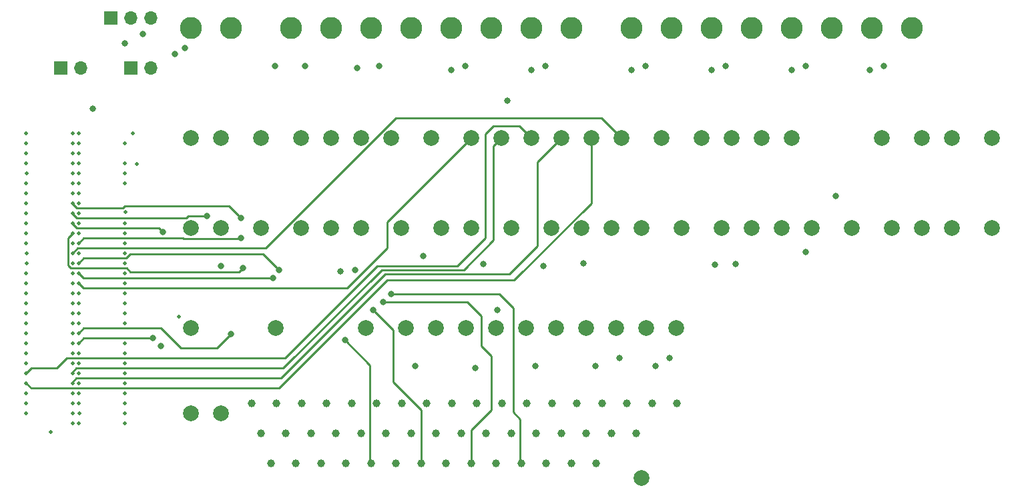
<source format=gbr>
%TF.GenerationSoftware,KiCad,Pcbnew,(6.0.5)*%
%TF.CreationDate,2023-01-12T09:35:20-05:00*%
%TF.ProjectId,breakout,62726561-6b6f-4757-942e-6b696361645f,rev?*%
%TF.SameCoordinates,Original*%
%TF.FileFunction,Copper,L5,Inr*%
%TF.FilePolarity,Positive*%
%FSLAX46Y46*%
G04 Gerber Fmt 4.6, Leading zero omitted, Abs format (unit mm)*
G04 Created by KiCad (PCBNEW (6.0.5)) date 2023-01-12 09:35:20*
%MOMM*%
%LPD*%
G01*
G04 APERTURE LIST*
%TA.AperFunction,ComponentPad*%
%ADD10C,2.000000*%
%TD*%
%TA.AperFunction,ComponentPad*%
%ADD11C,1.000000*%
%TD*%
%TA.AperFunction,ComponentPad*%
%ADD12C,2.800000*%
%TD*%
%TA.AperFunction,ComponentPad*%
%ADD13R,1.700000X1.700000*%
%TD*%
%TA.AperFunction,ComponentPad*%
%ADD14O,1.700000X1.700000*%
%TD*%
%TA.AperFunction,ViaPad*%
%ADD15C,0.500000*%
%TD*%
%TA.AperFunction,ViaPad*%
%ADD16C,0.800000*%
%TD*%
%TA.AperFunction,Conductor*%
%ADD17C,0.250000*%
%TD*%
G04 APERTURE END LIST*
D10*
%TO.N,/SEP3_RET*%
%TO.C,TP28*%
X128905000Y-105410000D03*
%TD*%
D11*
%TO.N,/H2-13*%
%TO.C,TP9*%
X116840000Y-118745000D03*
%TD*%
%TO.N,/H2-3*%
%TO.C,TP4*%
X97790000Y-118745000D03*
%TD*%
%TO.N,/H1-42*%
%TO.C,TP83*%
X134685000Y-114935000D03*
%TD*%
%TO.N,/H2-4*%
%TO.C,TP94*%
X100965000Y-118745000D03*
%TD*%
%TO.N,/H2-16*%
%TO.C,TP100*%
X126365000Y-118745000D03*
%TD*%
D10*
%TO.N,/+X_SOLAR_TLE*%
%TO.C,TP91*%
X96520000Y-81280000D03*
%TD*%
D11*
%TO.N,/H2-42*%
%TO.C,TP113*%
X127635000Y-122555000D03*
%TD*%
D10*
%TO.N,/USER_3*%
%TO.C,TP87*%
X179070000Y-92710000D03*
%TD*%
%TO.N,/MOSI*%
%TO.C,TP44*%
X100330000Y-92710000D03*
%TD*%
D11*
%TO.N,/H2-17*%
%TO.C,TP11*%
X129540000Y-118745000D03*
%TD*%
D10*
%TO.N,/VBATT-*%
%TO.C,TP105*%
X144145000Y-105410000D03*
%TD*%
%TO.N,/SEP2_RET*%
%TO.C,TP88*%
X121285000Y-105410000D03*
%TD*%
D12*
%TO.N,/5V_RF*%
%TO.C,TP49*%
X148590000Y-67310000D03*
%TD*%
D10*
%TO.N,/SEP4*%
%TO.C,TP120*%
X132715000Y-105410000D03*
%TD*%
D13*
%TO.N,Net-(P1-Pad1)*%
%TO.C,P1*%
X72390000Y-66040000D03*
D14*
%TO.N,Net-(P1-Pad2)*%
X74930000Y-66040000D03*
%TO.N,Net-(P1-Pad3)*%
X77470000Y-66040000D03*
%TD*%
D11*
%TO.N,/H2-35*%
%TO.C,TP20*%
X105410000Y-122555000D03*
%TD*%
D10*
%TO.N,/RX_2*%
%TO.C,TP42*%
X118110000Y-92710000D03*
%TD*%
D11*
%TO.N,/H1-25*%
%TO.C,TP45*%
X109285000Y-114935000D03*
%TD*%
D13*
%TO.N,Net-(P3-Pad1)*%
%TO.C,P3*%
X74930000Y-72390000D03*
D14*
%TO.N,Net-(P3-Pad2)*%
X77470000Y-72390000D03*
%TD*%
D11*
%TO.N,/H2-20*%
%TO.C,TP102*%
X139065000Y-118745000D03*
%TD*%
D10*
%TO.N,/SEP3*%
%TO.C,TP30*%
X125095000Y-105410000D03*
%TD*%
%TO.N,/GND*%
%TO.C,TP116*%
X166370000Y-92710000D03*
%TD*%
%TO.N,/GND*%
%TO.C,TP116*%
X91440000Y-92710000D03*
%TD*%
D11*
%TO.N,/H2-9*%
%TO.C,TP7*%
X104140000Y-118745000D03*
%TD*%
%TO.N,/H1-31*%
%TO.C,TP48*%
X121985000Y-114935000D03*
%TD*%
%TO.N,/H1-27*%
%TO.C,TP46*%
X112460000Y-114935000D03*
%TD*%
D10*
%TO.N,/CTS_3*%
%TO.C,TP80*%
X135890000Y-92710000D03*
%TD*%
D11*
%TO.N,/H2-39*%
%TO.C,TP22*%
X118110000Y-122555000D03*
%TD*%
D12*
%TO.N,/+Y_SOLAR_PWR*%
%TO.C,TP60*%
X105410000Y-67310000D03*
%TD*%
D11*
%TO.N,/H2-19*%
%TO.C,TP12*%
X135890000Y-118745000D03*
%TD*%
%TO.N,/H2-41*%
%TO.C,TP23*%
X124460000Y-122555000D03*
%TD*%
%TO.N,/H2-15*%
%TO.C,TP10*%
X123190000Y-118745000D03*
%TD*%
%TO.N,/H1-24*%
%TO.C,TP74*%
X106110000Y-114935000D03*
%TD*%
D10*
%TO.N,/GND*%
%TO.C,TP116*%
X91440000Y-81280000D03*
%TD*%
%TO.N,/IRR_ON_OFF*%
%TO.C,TP66*%
X179070000Y-81280000D03*
%TD*%
%TO.N,/GND*%
%TO.C,TP116*%
X142240000Y-81280000D03*
%TD*%
%TO.N,/+Y_SOLAR_TLE*%
%TO.C,TP59*%
X100330000Y-81280000D03*
%TD*%
D11*
%TO.N,/H2-10*%
%TO.C,TP97*%
X107315000Y-118745000D03*
%TD*%
D12*
%TO.N,/GND*%
%TO.C,TP108*%
X143510000Y-67310000D03*
%TD*%
D11*
%TO.N,/H2-43*%
%TO.C,TP24*%
X130810000Y-122555000D03*
%TD*%
D10*
%TO.N,/SEP2*%
%TO.C,TP61*%
X117475000Y-105410000D03*
%TD*%
D12*
%TO.N,/-Z_SOLAR_RTN*%
%TO.C,TP32*%
X130810000Y-67310000D03*
%TD*%
D11*
%TO.N,/H2-14*%
%TO.C,TP99*%
X120015000Y-118745000D03*
%TD*%
D10*
%TO.N,/PB18*%
%TO.C,TP13*%
X86360000Y-116205000D03*
%TD*%
D12*
%TO.N,/+X_SOLAR_RTN*%
%TO.C,TP62*%
X100330000Y-67310000D03*
%TD*%
D10*
%TO.N,/AIN11*%
%TO.C,TP95*%
X133350000Y-81280000D03*
%TD*%
D12*
%TO.N,/-Z_SOLAR_PWR*%
%TO.C,TP2*%
X125730000Y-67310000D03*
%TD*%
D11*
%TO.N,/H2-12*%
%TO.C,TP98*%
X113665000Y-118745000D03*
%TD*%
D10*
%TO.N,/AIN10*%
%TO.C,TP5*%
X129540000Y-81280000D03*
%TD*%
%TO.N,/TX_3*%
%TO.C,TP82*%
X128270000Y-92710000D03*
%TD*%
D12*
%TO.N,/3V3*%
%TO.C,TP16*%
X138430000Y-67310000D03*
%TD*%
D10*
%TO.N,/MB_PC03*%
%TO.C,TP64*%
X82550000Y-116205000D03*
%TD*%
%TO.N,/BUS_RESET*%
%TO.C,TP47*%
X93345000Y-105410000D03*
%TD*%
%TO.N,/SCL*%
%TO.C,TP54*%
X82550000Y-92710000D03*
%TD*%
D11*
%TO.N,/H1-37*%
%TO.C,TP51*%
X128335000Y-114935000D03*
%TD*%
%TO.N,/H1-38*%
%TO.C,TP81*%
X131510000Y-114935000D03*
%TD*%
D10*
%TO.N,/SCK*%
%TO.C,TP43*%
X96520000Y-92710000D03*
%TD*%
D11*
%TO.N,/H2-37*%
%TO.C,TP21*%
X111760000Y-122555000D03*
%TD*%
D10*
%TO.N,/USER_2*%
%TO.C,TP57*%
X175260000Y-92710000D03*
%TD*%
D11*
%TO.N,/H1-45*%
%TO.C,TP55*%
X141035000Y-114935000D03*
%TD*%
%TO.N,/H1-46*%
%TO.C,TP85*%
X144210000Y-114935000D03*
%TD*%
D12*
%TO.N,/+Y_SOLAR_RTN*%
%TO.C,TP29*%
X110490000Y-67310000D03*
%TD*%
D11*
%TO.N,/H1-44*%
%TO.C,TP84*%
X137860000Y-114935000D03*
%TD*%
D10*
%TO.N,/CTS_4*%
%TO.C,TP37*%
X157480000Y-92710000D03*
%TD*%
D11*
%TO.N,/H1-13*%
%TO.C,TP39*%
X96585000Y-114935000D03*
%TD*%
D10*
%TO.N,/VBURN2*%
%TO.C,TP63*%
X86360000Y-81280000D03*
%TD*%
%TO.N,/GND*%
%TO.C,TP116*%
X113030000Y-81280000D03*
%TD*%
%TO.N,/RX_3*%
%TO.C,TP52*%
X132080000Y-92710000D03*
%TD*%
%TO.N,/-Z_SOLAR_TLE*%
%TO.C,TP1*%
X107950000Y-81280000D03*
%TD*%
D11*
%TO.N,/H2-38*%
%TO.C,TP111*%
X114935000Y-122555000D03*
%TD*%
D10*
%TO.N,/RBF*%
%TO.C,TP40*%
X140335000Y-105410000D03*
%TD*%
%TO.N,/GND*%
%TO.C,TP116*%
X109220000Y-92710000D03*
%TD*%
%TO.N,/AIN4*%
%TO.C,TP6*%
X121920000Y-81280000D03*
%TD*%
D12*
%TO.N,/-X_SOLAR_PWR*%
%TO.C,TP90*%
X115570000Y-67310000D03*
%TD*%
D11*
%TO.N,/H2-40*%
%TO.C,TP112*%
X121285000Y-122555000D03*
%TD*%
D10*
%TO.N,/VBURN1*%
%TO.C,TP33*%
X82550000Y-81280000D03*
%TD*%
D11*
%TO.N,/H1-12*%
%TO.C,TP68*%
X93410000Y-114935000D03*
%TD*%
D10*
%TO.N,/GND*%
%TO.C,TP116*%
X184150000Y-81280000D03*
%TD*%
D11*
%TO.N,/H1-34*%
%TO.C,TP79*%
X125160000Y-114935000D03*
%TD*%
D13*
%TO.N,Net-(P2-Pad1)*%
%TO.C,P2*%
X66040000Y-72390000D03*
D14*
%TO.N,Net-(P2-Pad2)*%
X68580000Y-72390000D03*
%TD*%
D10*
%TO.N,/PICO_PW_EN*%
%TO.C,TP103*%
X151130000Y-81280000D03*
%TD*%
%TO.N,/GND*%
%TO.C,TP116*%
X144780000Y-92710000D03*
%TD*%
%TO.N,/TX_2*%
%TO.C,TP72*%
X114300000Y-92710000D03*
%TD*%
D11*
%TO.N,/H2-1*%
%TO.C,TP3*%
X91440000Y-118745000D03*
%TD*%
D10*
%TO.N,/GND*%
%TO.C,TP116*%
X139700000Y-124460000D03*
%TD*%
D11*
%TO.N,/H2-34*%
%TO.C,TP109*%
X102235000Y-122555000D03*
%TD*%
%TO.N,/H1-14*%
%TO.C,TP69*%
X99760000Y-114935000D03*
%TD*%
D10*
%TO.N,/AIN7*%
%TO.C,TP96*%
X125730000Y-81280000D03*
%TD*%
%TO.N,/IRR_PW_EN*%
%TO.C,TP36*%
X175260000Y-81280000D03*
%TD*%
D11*
%TO.N,/H2-36*%
%TO.C,TP110*%
X108585000Y-122555000D03*
%TD*%
%TO.N,/H2-18*%
%TO.C,TP101*%
X132715000Y-118745000D03*
%TD*%
D10*
%TO.N,/TX_4*%
%TO.C,TP71*%
X149860000Y-92710000D03*
%TD*%
%TO.N,/3V3REF*%
%TO.C,TP75*%
X118110000Y-81280000D03*
%TD*%
D11*
%TO.N,/H2-2*%
%TO.C,TP93*%
X94615000Y-118745000D03*
%TD*%
%TO.N,/H1-16*%
%TO.C,TP70*%
X102935000Y-114935000D03*
%TD*%
%TO.N,/H2-11*%
%TO.C,TP8*%
X110490000Y-118745000D03*
%TD*%
D10*
%TO.N,/SELF_TEST*%
%TO.C,TP56*%
X82550000Y-105410000D03*
%TD*%
D12*
%TO.N,/5V_USB*%
%TO.C,TP78*%
X168910000Y-67310000D03*
%TD*%
D10*
%TO.N,/SEP1*%
%TO.C,TP31*%
X109855000Y-105410000D03*
%TD*%
D11*
%TO.N,/H2-23*%
%TO.C,TP14*%
X92710000Y-122555000D03*
%TD*%
D12*
%TO.N,/VBATT-*%
%TO.C,TP27*%
X87630000Y-67310000D03*
%TD*%
D10*
%TO.N,/GND*%
%TO.C,TP116*%
X184150000Y-92710000D03*
%TD*%
D12*
%TO.N,/GND*%
%TO.C,TP107*%
X153670000Y-67310000D03*
%TD*%
D10*
%TO.N,/PYLD_SERVO_PWR_CTRL*%
%TO.C,TP35*%
X154940000Y-81280000D03*
%TD*%
D11*
%TO.N,/H2-24*%
%TO.C,TP104*%
X95885000Y-122555000D03*
%TD*%
D12*
%TO.N,/-X_SOLAR_RTN*%
%TO.C,TP119*%
X120650000Y-67310000D03*
%TD*%
%TO.N,/VBATT+*%
%TO.C,TP25*%
X82550000Y-67310000D03*
%TD*%
%TO.N,/+X_SOLAR_PWR*%
%TO.C,TP92*%
X95250000Y-67310000D03*
%TD*%
D10*
%TO.N,/USER_1*%
%TO.C,TP86*%
X171450000Y-92710000D03*
%TD*%
D11*
%TO.N,/H2-33*%
%TO.C,TP19*%
X99060000Y-122555000D03*
%TD*%
%TO.N,/H1-3*%
%TO.C,TP34*%
X90235000Y-114935000D03*
%TD*%
%TO.N,/H1-28*%
%TO.C,TP76*%
X115635000Y-114935000D03*
%TD*%
D10*
%TO.N,/GND*%
%TO.C,TP116*%
X104775000Y-105410000D03*
%TD*%
D12*
%TO.N,/GND*%
%TO.C,TP17*%
X163830000Y-67310000D03*
%TD*%
D10*
%TO.N,/MISO*%
%TO.C,TP73*%
X104140000Y-92710000D03*
%TD*%
%TO.N,/SEP1_RET*%
%TO.C,TP58*%
X113665000Y-105410000D03*
%TD*%
%TO.N,/RTS_4*%
%TO.C,TP67*%
X161290000Y-92710000D03*
%TD*%
%TO.N,/RTS_3*%
%TO.C,TP50*%
X139700000Y-92710000D03*
%TD*%
%TO.N,/-X_SOLAR_TLE*%
%TO.C,TP89*%
X104140000Y-81280000D03*
%TD*%
%TO.N,/AGND*%
%TO.C,TP18*%
X137160000Y-81280000D03*
%TD*%
D12*
%TO.N,/5V_PYLD*%
%TO.C,TP15*%
X158750000Y-67310000D03*
%TD*%
D10*
%TO.N,/PYLD_RST*%
%TO.C,TP65*%
X158750000Y-81280000D03*
%TD*%
%TO.N,/PYLD_PW_EN*%
%TO.C,TP38*%
X147320000Y-81280000D03*
%TD*%
%TO.N,/RX_4*%
%TO.C,TP41*%
X153670000Y-92710000D03*
%TD*%
%TO.N,/GND*%
%TO.C,TP116*%
X170180000Y-81280000D03*
%TD*%
%TO.N,/SEP4_RET*%
%TO.C,TP118*%
X136525000Y-105410000D03*
%TD*%
D11*
%TO.N,/H2-44*%
%TO.C,TP114*%
X133985000Y-122555000D03*
%TD*%
D12*
%TO.N,/GND*%
%TO.C,TP26*%
X173990000Y-67310000D03*
%TD*%
D10*
%TO.N,/SDA*%
%TO.C,TP53*%
X86360000Y-92710000D03*
%TD*%
D11*
%TO.N,/H1-30*%
%TO.C,TP77*%
X118810000Y-114935000D03*
%TD*%
D10*
%TO.N,/GND*%
%TO.C,TP116*%
X123190000Y-92710000D03*
%TD*%
D15*
%TO.N,/GND*%
X61722000Y-85726790D03*
D16*
%TO.N,Net-(D15-Pad2)*%
X132334000Y-97155000D03*
D15*
%TO.N,/GND*%
X61722000Y-95886790D03*
X61722000Y-97156790D03*
%TO.N,/VBATT-*%
X61687000Y-84456790D03*
D16*
X70104000Y-77560689D03*
D15*
X67537506Y-84453140D03*
D16*
%TO.N,Net-(D1-Pad2)*%
X110998000Y-110201700D03*
%TO.N,Net-(D2-Pad2)*%
X118618000Y-110490000D03*
%TO.N,Net-(D3-Pad2)*%
X126238000Y-110236000D03*
D15*
%TO.N,/GND*%
X67537506Y-97153140D03*
X67537506Y-85723140D03*
D16*
%TO.N,Net-(D4-Pad2)*%
X86360000Y-97536000D03*
%TO.N,Net-(D5-Pad2)*%
X133858000Y-110236000D03*
%TO.N,Net-(D6-Pad2)*%
X141478000Y-110236000D03*
D15*
%TO.N,/VBATT+*%
X67537506Y-86993140D03*
X61687000Y-86996790D03*
D16*
X74168000Y-69215000D03*
%TO.N,Net-(D7-Pad2)*%
X101496500Y-98147500D03*
%TO.N,Net-(D8-Pad2)*%
X80518000Y-70612000D03*
%TO.N,Net-(D9-Pad2)*%
X103378000Y-98044000D03*
%TO.N,Net-(D10-Pad2)*%
X93218000Y-72136000D03*
%TO.N,Net-(D11-Pad2)*%
X119634000Y-97282000D03*
%TO.N,Net-(D12-Pad2)*%
X103632000Y-72390000D03*
%TO.N,Net-(D13-Pad2)*%
X112014000Y-96266000D03*
%TO.N,Net-(D14-Pad2)*%
X115570000Y-72644000D03*
%TO.N,Net-(D16-Pad1)*%
X127508000Y-72136000D03*
%TO.N,Net-(D17-Pad2)*%
X127254000Y-97536000D03*
%TO.N,Net-(D18-Pad1)*%
X140208000Y-72136000D03*
%TO.N,Net-(D18-Pad2)*%
X138430000Y-72644000D03*
%TO.N,Net-(D19-Pad2)*%
X151638000Y-97282000D03*
%TO.N,Net-(D20-Pad1)*%
X160528000Y-72136000D03*
%TO.N,Net-(D20-Pad2)*%
X158750000Y-72644000D03*
%TO.N,Net-(D21-Pad2)*%
X149037769Y-97342231D03*
%TO.N,Net-(D22-Pad1)*%
X150368000Y-72136000D03*
%TO.N,Net-(D22-Pad2)*%
X148590000Y-72644000D03*
%TO.N,Net-(D6-Pad1)*%
X143256000Y-109220000D03*
%TO.N,Net-(D8-Pad1)*%
X81788000Y-69850000D03*
%TO.N,Net-(D10-Pad1)*%
X97028000Y-72136000D03*
%TO.N,Net-(D12-Pad1)*%
X106426000Y-72136000D03*
%TO.N,Net-(D14-Pad1)*%
X117348000Y-72136000D03*
%TO.N,Net-(D16-Pad2)*%
X125730000Y-72644000D03*
D15*
%TO.N,/SEP1*%
X74203000Y-117473210D03*
%TO.N,/SEP2*%
X68326000Y-117475000D03*
%TO.N,/SEP3*%
X67537506Y-80643140D03*
%TO.N,/SEP4*%
X61687000Y-80646790D03*
%TO.N,/RBF*%
X81026000Y-103955700D03*
%TO.N,/MOSI*%
X74201210Y-100965000D03*
%TO.N,/MISO*%
X68326000Y-102235000D03*
%TO.N,/+X_SOLAR_PWR*%
X61687000Y-116206790D03*
%TO.N,/RX_2*%
X74203000Y-103503210D03*
%TO.N,/+Y_SOLAR_PWR*%
X75184000Y-80643210D03*
%TO.N,/TX_2*%
X68326000Y-103505000D03*
%TO.N,/-X_SOLAR_PWR*%
X68326000Y-80645000D03*
%TO.N,/RX_3*%
X74283512Y-90619966D03*
%TO.N,/-Z_SOLAR_PWR*%
X67537506Y-116203140D03*
%TO.N,/TX_3*%
X68326000Y-90805000D03*
%TO.N,/3V3*%
X67537506Y-98423140D03*
X61687000Y-98426790D03*
%TO.N,/RX_4*%
X74203000Y-104773210D03*
%TO.N,/5V_PYLD*%
X61687000Y-99696790D03*
X67537506Y-99693140D03*
%TO.N,/TX_4*%
X68326000Y-104775000D03*
%TO.N,/5V_RF*%
X74203000Y-94613210D03*
%TO.N,/SEP4_RET*%
X61687000Y-83186790D03*
%TO.N,/SEP3_RET*%
X67537506Y-83183140D03*
%TO.N,/SEP2_RET*%
X68326000Y-83185000D03*
%TO.N,/SEP1_RET*%
X75696367Y-84514779D03*
%TO.N,/SELF_TEST*%
X74203000Y-85723210D03*
%TO.N,/BUS_RESET*%
X74203000Y-97153210D03*
%TO.N,/-Z_SOLAR_TLE*%
X67537506Y-117473140D03*
%TO.N,/H2-1*%
X67537506Y-114933140D03*
%TO.N,/H2-3*%
X67537506Y-113663140D03*
%TO.N,/AIN10*%
X67537506Y-112393140D03*
%TO.N,/AIN4*%
X67537506Y-111123140D03*
%TO.N,/H2-9*%
X67537506Y-109853140D03*
%TO.N,/H2-11*%
X67537506Y-108583140D03*
%TO.N,/H2-13*%
X67537506Y-107313140D03*
%TO.N,/H2-15*%
X67537506Y-106043140D03*
%TO.N,/H2-17*%
X67537506Y-104773140D03*
%TO.N,/H2-19*%
X67537506Y-103503140D03*
%TO.N,/PB18*%
X67537506Y-102233140D03*
%TO.N,/H2-23*%
X67537506Y-100963140D03*
%TO.N,/AGND*%
X67537506Y-95883140D03*
%TO.N,/H2-33*%
X67537506Y-94613140D03*
%TO.N,/H2-35*%
X67537506Y-93343140D03*
D16*
X102108000Y-106934000D03*
X89154000Y-97790000D03*
D15*
%TO.N,/H2-37*%
X67537506Y-92073140D03*
D16*
X105664000Y-103124000D03*
X78994000Y-93218000D03*
%TO.N,/H2-39*%
X84582000Y-91186000D03*
X106934000Y-102108000D03*
D15*
X67537506Y-90803140D03*
%TO.N,/H2-41*%
X67537506Y-89533140D03*
D16*
X88900000Y-91440000D03*
X107950000Y-101092000D03*
D15*
%TO.N,/H2-43*%
X67537506Y-88263140D03*
%TO.N,/+Y_SOLAR_RTN*%
X67537506Y-81913140D03*
%TO.N,/-Z_SOLAR_RTN*%
X74203000Y-116203210D03*
%TO.N,/VBURN1*%
X74203000Y-114933210D03*
%TO.N,/H1-3*%
X74203000Y-113663210D03*
%TO.N,/PYLD_SERVO_PWR_CTRL*%
X74203000Y-112393210D03*
%TO.N,/IRR_PW_EN*%
X74203000Y-111123210D03*
%TO.N,/CTS_4*%
X74203000Y-109853210D03*
%TO.N,/PYLD_PW_EN*%
X74203000Y-108583210D03*
%TO.N,/H1-13*%
X74203000Y-107313210D03*
%TO.N,/SCK*%
X74203000Y-102233210D03*
%TO.N,/H1-25*%
X74203000Y-99693210D03*
%TO.N,/H1-27*%
X74203000Y-98423210D03*
%TO.N,/H1-31*%
X74203000Y-95883210D03*
%TO.N,/RTS_3*%
X74203000Y-93343210D03*
%TO.N,/H1-37*%
X74203000Y-92073210D03*
%TO.N,/H1-45*%
X74203000Y-86993210D03*
%TO.N,/USER_2*%
X74203000Y-84453210D03*
%TO.N,/+Y_SOLAR_TLE*%
X74203000Y-81913210D03*
%TO.N,/+X_SOLAR_RTN*%
X68378452Y-116218113D03*
%TO.N,/VBURN2*%
X68326000Y-114935000D03*
%TO.N,/MB_PC03*%
X68326000Y-113665000D03*
%TO.N,/PYLD_RST*%
X68326000Y-112395000D03*
D16*
X164338000Y-88646000D03*
D15*
%TO.N,/IRR_ON_OFF*%
X68326000Y-111125000D03*
%TO.N,/RTS_4*%
X68326000Y-109855000D03*
%TO.N,/H1-12*%
X68326000Y-108585000D03*
D16*
X78740000Y-107696000D03*
%TO.N,/H1-14*%
X77724000Y-106680000D03*
D15*
X68326000Y-107315000D03*
%TO.N,/H1-16*%
X68326000Y-106045000D03*
D16*
X87630000Y-106172000D03*
D15*
%TO.N,/H1-24*%
X68326000Y-100965000D03*
%TO.N,/3V3REF*%
X68326000Y-99695000D03*
D16*
%TO.N,/H1-28*%
X92964000Y-99057521D03*
D15*
X68326000Y-98425000D03*
%TO.N,/H1-30*%
X68326000Y-97155000D03*
D16*
X93726000Y-98044000D03*
D15*
%TO.N,/5V_USB*%
X68326000Y-95885000D03*
D16*
X76454000Y-68072000D03*
%TO.N,/H1-34*%
X88900000Y-93980000D03*
D15*
X68326000Y-94615000D03*
%TO.N,/CTS_3*%
X68326000Y-93345000D03*
%TO.N,/H1-38*%
X68326000Y-92075000D03*
%TO.N,/H1-42*%
X68326000Y-89535000D03*
%TO.N,/H1-44*%
X68326000Y-88265000D03*
%TO.N,/H1-46*%
X68326000Y-86995000D03*
%TO.N,/USER_1*%
X68326000Y-85725000D03*
%TO.N,/USER_3*%
X68326000Y-84455000D03*
%TO.N,/-X_SOLAR_TLE*%
X68326000Y-81915000D03*
%TO.N,/+X_SOLAR_TLE*%
X64794735Y-118618000D03*
%TO.N,/H2-2*%
X61687000Y-114936790D03*
%TO.N,/H2-4*%
X61687000Y-113666790D03*
%TO.N,/AIN11*%
X61687000Y-112396790D03*
%TO.N,/AIN7*%
X61687000Y-111126790D03*
%TO.N,/H2-10*%
X61687000Y-109856790D03*
%TO.N,/H2-12*%
X61687000Y-108586790D03*
%TO.N,/H2-14*%
X61687000Y-107316790D03*
%TO.N,/H2-16*%
X61687000Y-106046790D03*
%TO.N,/H2-18*%
X61687000Y-104776790D03*
%TO.N,/H2-20*%
X61687000Y-103506790D03*
%TO.N,/PICO_PW_EN*%
X61687000Y-102236790D03*
%TO.N,/H2-24*%
X61687000Y-100966790D03*
%TO.N,/H2-34*%
X61687000Y-94616790D03*
%TO.N,/H2-36*%
X61687000Y-93346790D03*
%TO.N,/H2-38*%
X61687000Y-92076790D03*
%TO.N,/H2-40*%
X61687000Y-90806790D03*
%TO.N,/H2-42*%
X61687000Y-89536790D03*
%TO.N,/H2-44*%
X61687000Y-88266790D03*
%TO.N,/-X_SOLAR_RTN*%
X61687000Y-81916790D03*
D16*
%TO.N,/LED_RET_2*%
X136906000Y-109220000D03*
X121412000Y-103124000D03*
X122682000Y-76488300D03*
%TO.N,/LED_RET_1*%
X160528000Y-95758000D03*
%TO.N,Net-(D23-Pad1)*%
X170434000Y-72136000D03*
%TO.N,Net-(D23-Pad2)*%
X168656000Y-72644000D03*
%TD*%
D17*
%TO.N,/H1-16*%
X68958521Y-105412479D02*
X68326000Y-106045000D01*
X78742479Y-105412479D02*
X68958521Y-105412479D01*
X81280000Y-107950000D02*
X78742479Y-105412479D01*
X87630000Y-106172000D02*
X85852000Y-107950000D01*
X85852000Y-107950000D02*
X81280000Y-107950000D01*
%TO.N,/H2-37*%
X108204000Y-105664000D02*
X105664000Y-103124000D01*
X111760000Y-115824000D02*
X108204000Y-112268000D01*
X108204000Y-112268000D02*
X108204000Y-105664000D01*
X111760000Y-122555000D02*
X111760000Y-115824000D01*
%TO.N,/H2-39*%
X118110000Y-118364000D02*
X118110000Y-122555000D01*
X120650000Y-115824000D02*
X118110000Y-118364000D01*
X120650000Y-108966000D02*
X120650000Y-115824000D01*
X119380000Y-107696000D02*
X120650000Y-108966000D01*
X119380000Y-103886000D02*
X119380000Y-107696000D01*
X117602000Y-102108000D02*
X119380000Y-103886000D01*
X106934000Y-102108000D02*
X117602000Y-102108000D01*
%TO.N,/H2-41*%
X121666000Y-101092000D02*
X107950000Y-101092000D01*
X123444000Y-116078000D02*
X123444000Y-102870000D01*
X123444000Y-102870000D02*
X121666000Y-101092000D01*
X124332289Y-116966289D02*
X123444000Y-116078000D01*
X124332289Y-122427289D02*
X124332289Y-116966289D01*
%TO.N,/AIN7*%
X124206000Y-79756000D02*
X125730000Y-81280000D01*
X120904000Y-79756000D02*
X124206000Y-79756000D01*
X119888000Y-80772000D02*
X120904000Y-79756000D01*
X116332000Y-97536000D02*
X119888000Y-93980000D01*
X119888000Y-93980000D02*
X119888000Y-80772000D01*
X106172000Y-97536000D02*
X116332000Y-97536000D01*
X94488000Y-109220000D02*
X106172000Y-97536000D01*
X66804479Y-109217521D02*
X75181521Y-109217521D01*
X66294000Y-109728000D02*
X66804479Y-109217521D01*
X75181521Y-109217521D02*
X75184000Y-109220000D01*
X65540000Y-110487521D02*
X66294000Y-109733521D01*
X75184000Y-109220000D02*
X94488000Y-109220000D01*
X62326269Y-110487521D02*
X65540000Y-110487521D01*
X61687000Y-111126790D02*
X62326269Y-110487521D01*
X66294000Y-109733521D02*
X66294000Y-109728000D01*
%TO.N,/3V3REF*%
X107442000Y-95250000D02*
X102364479Y-100327521D01*
X68958521Y-100327521D02*
X68326000Y-99695000D01*
X107442000Y-91948000D02*
X107442000Y-95250000D01*
X118110000Y-81280000D02*
X107442000Y-91948000D01*
X102364479Y-100327521D02*
X68958521Y-100327521D01*
%TO.N,/AIN10*%
X68029414Y-111760000D02*
X93980000Y-111760000D01*
X67537506Y-112251908D02*
X68029414Y-111760000D01*
X67537506Y-112393140D02*
X67537506Y-112251908D01*
X126492000Y-84328000D02*
X129540000Y-81280000D01*
X122936000Y-98552000D02*
X126492000Y-94996000D01*
X126492000Y-94996000D02*
X126492000Y-84328000D01*
X107188000Y-98552000D02*
X122936000Y-98552000D01*
X93980000Y-111760000D02*
X107188000Y-98552000D01*
%TO.N,/AIN4*%
X94234000Y-110490000D02*
X106735280Y-97988720D01*
X120920000Y-94218000D02*
X120920000Y-82280000D01*
X67537506Y-110981908D02*
X68029414Y-110490000D01*
X67537506Y-111123140D02*
X67537506Y-110981908D01*
X120920000Y-82280000D02*
X121920000Y-81280000D01*
X106735280Y-97988720D02*
X117149280Y-97988720D01*
X117149280Y-97988720D02*
X120920000Y-94218000D01*
X68029414Y-110490000D02*
X94234000Y-110490000D01*
%TO.N,/AGND*%
X108557668Y-78740000D02*
X92050147Y-95247521D01*
X67537506Y-95856486D02*
X67537506Y-95883140D01*
X92050147Y-95247521D02*
X68146471Y-95247521D01*
X134620000Y-78740000D02*
X108557668Y-78740000D01*
X137160000Y-81280000D02*
X134620000Y-78740000D01*
X68146471Y-95247521D02*
X67537506Y-95856486D01*
%TO.N,/H2-35*%
X88646000Y-98298000D02*
X74894798Y-98298000D01*
X105282289Y-110108289D02*
X102108000Y-106934000D01*
X105282289Y-122427289D02*
X105282289Y-110108289D01*
X66959795Y-97439795D02*
X66959795Y-93920851D01*
X66959795Y-93920851D02*
X67537506Y-93343140D01*
X67312479Y-97792479D02*
X66959795Y-97439795D01*
X74389277Y-97792479D02*
X67312479Y-97792479D01*
X74894798Y-98298000D02*
X74389277Y-97792479D01*
X89154000Y-97790000D02*
X88646000Y-98298000D01*
%TO.N,/H2-37*%
X78994000Y-93218000D02*
X78486000Y-92710000D01*
X68072000Y-92710000D02*
X67537506Y-92175506D01*
X78486000Y-92710000D02*
X68072000Y-92710000D01*
X67537506Y-92175506D02*
X67537506Y-92073140D01*
%TO.N,/H2-39*%
X84582000Y-91186000D02*
X82196332Y-91186000D01*
X67537506Y-90905506D02*
X67537506Y-90803140D01*
X81942332Y-91440000D02*
X68072000Y-91440000D01*
X68072000Y-91440000D02*
X67537506Y-90905506D01*
X82196332Y-91186000D02*
X81942332Y-91440000D01*
%TO.N,/H2-41*%
X88900000Y-91440000D02*
X87376000Y-89916000D01*
X87376000Y-89916000D02*
X74168000Y-89916000D01*
X68069521Y-90167521D02*
X67537506Y-89635506D01*
X67537506Y-89635506D02*
X67537506Y-89533140D01*
X74168000Y-89916000D02*
X73916479Y-90167521D01*
X73916479Y-90167521D02*
X68069521Y-90167521D01*
%TO.N,/H1-14*%
X76705521Y-106682479D02*
X77218479Y-106682479D01*
X76705521Y-106682479D02*
X77721521Y-106682479D01*
X68958521Y-106682479D02*
X76705521Y-106682479D01*
X77721521Y-106682479D02*
X77724000Y-106680000D01*
X68326000Y-107315000D02*
X68958521Y-106682479D01*
%TO.N,/H1-28*%
X92964000Y-99057521D02*
X68958521Y-99057521D01*
X68958521Y-99057521D02*
X68326000Y-98425000D01*
%TO.N,/H1-30*%
X91694000Y-96012000D02*
X74891218Y-96012000D01*
X68963479Y-96517521D02*
X68326000Y-97155000D01*
X74385697Y-96517521D02*
X68963479Y-96517521D01*
X93726000Y-98044000D02*
X91694000Y-96012000D01*
X74891218Y-96012000D02*
X74385697Y-96517521D01*
%TO.N,/H1-34*%
X81536479Y-93977521D02*
X68963479Y-93977521D01*
X88842289Y-94037711D02*
X81596669Y-94037711D01*
X88900000Y-93980000D02*
X88842289Y-94037711D01*
X68963479Y-93977521D02*
X68326000Y-94615000D01*
X81596669Y-94037711D02*
X81536479Y-93977521D01*
%TO.N,/AIN11*%
X61687000Y-112396790D02*
X62317731Y-113027521D01*
X133350000Y-89507668D02*
X133350000Y-81280000D01*
X107442000Y-99314000D02*
X123543668Y-99314000D01*
X93728479Y-113027521D02*
X107442000Y-99314000D01*
X123543668Y-99314000D02*
X133350000Y-89507668D01*
X62317731Y-113027521D02*
X93728479Y-113027521D01*
%TD*%
M02*

</source>
